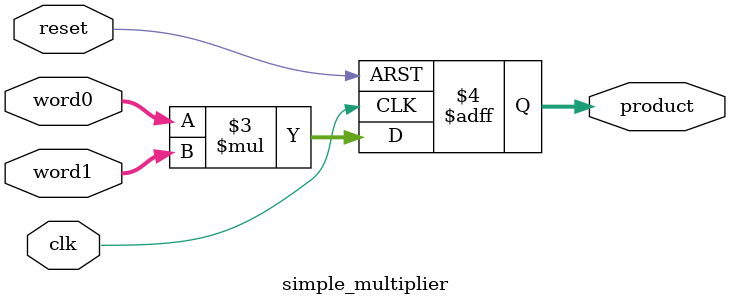
<source format=v>
module simple_multiplier #(parameter word_length = 4)(
       output   reg [2*word_length-1:0] product,
       input    [word_length-1:0]   word0, word1,
       input    reset, clk
);

    always@(posedge clk, posedge reset)
        if (reset ==1'b1) product<= 0;
        else product <= word0*word1;
endmodule
	

</source>
